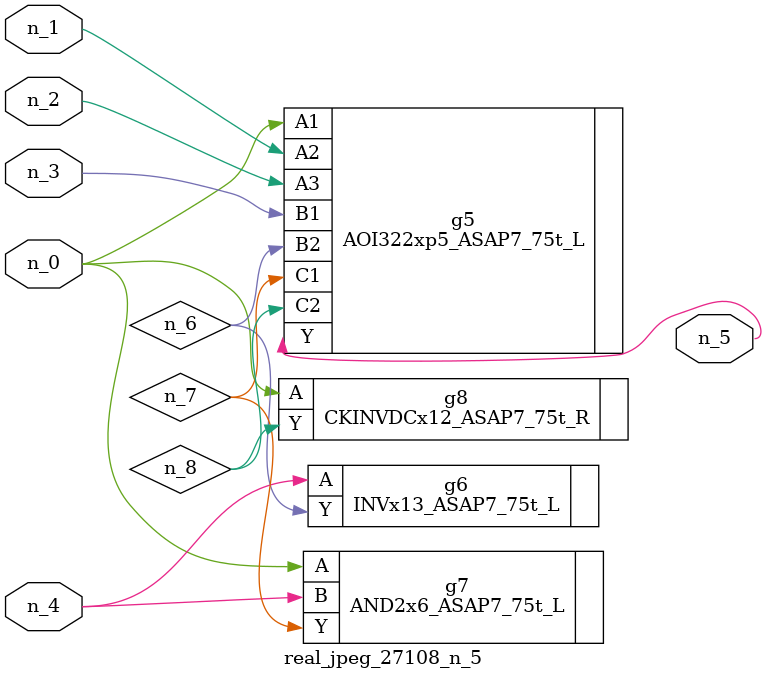
<source format=v>
module real_jpeg_27108_n_5 (n_4, n_0, n_1, n_2, n_3, n_5);

input n_4;
input n_0;
input n_1;
input n_2;
input n_3;

output n_5;

wire n_8;
wire n_6;
wire n_7;

AOI322xp5_ASAP7_75t_L g5 ( 
.A1(n_0),
.A2(n_1),
.A3(n_2),
.B1(n_3),
.B2(n_6),
.C1(n_7),
.C2(n_8),
.Y(n_5)
);

AND2x6_ASAP7_75t_L g7 ( 
.A(n_0),
.B(n_4),
.Y(n_7)
);

CKINVDCx12_ASAP7_75t_R g8 ( 
.A(n_0),
.Y(n_8)
);

INVx13_ASAP7_75t_L g6 ( 
.A(n_4),
.Y(n_6)
);


endmodule
</source>
